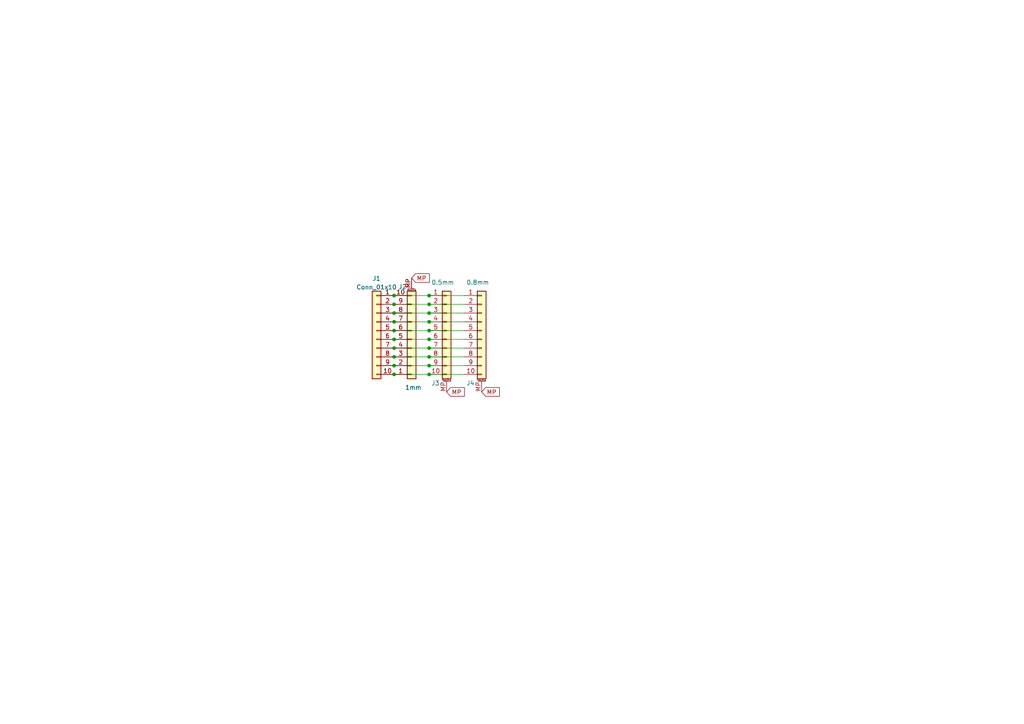
<source format=kicad_sch>
(kicad_sch (version 20211123) (generator eeschema)
  (paper "A4")
  (lib_symbols
    (symbol "Connector_Generic:Conn_01x10" (pin_names (offset 1.016) hide)
      (property "Reference" "J" (at 0 12.7 0))
      (property "Value" "Conn_01x10" (at 0 -15.24 0))
      (symbol "Conn_01x10_1_1"
        (rectangle (start -1.27 -12.573) (end 0 -12.827) (stroke (width 0.1524)))
        (rectangle (start -1.27 -10.033) (end 0 -10.287) (stroke (width 0.1524)))
        (rectangle (start -1.27 -7.493) (end 0 -7.747) (stroke (width 0.1524)))
        (rectangle (start -1.27 -4.953) (end 0 -5.207) (stroke (width 0.1524)))
        (rectangle (start -1.27 -2.413) (end 0 -2.667) (stroke (width 0.1524)))
        (rectangle (start -1.27 0.127) (end 0 -0.127) (stroke (width 0.1524)))
        (rectangle (start -1.27 2.667) (end 0 2.413) (stroke (width 0.1524)))
        (rectangle (start -1.27 5.207) (end 0 4.953) (stroke (width 0.1524)))
        (rectangle (start -1.27 7.747) (end 0 7.493) (stroke (width 0.1524)))
        (rectangle (start -1.27 10.287) (end 0 10.033) (stroke (width 0.1524)))
        (rectangle (start -1.27 11.43) (end 1.27 -13.97) (stroke (width 0.254)) (fill (type background)))
        (pin passive line (at -5.08 10.16 0) (length 3.81) (name "Pin_1") (number "1"))
        (pin passive line (at -5.08 -12.7 0) (length 3.81) (name "Pin_10") (number "10"))
        (pin passive line (at -5.08 7.62 0) (length 3.81) (name "Pin_2") (number "2"))
        (pin passive line (at -5.08 5.08 0) (length 3.81) (name "Pin_3") (number "3"))
        (pin passive line (at -5.08 2.54 0) (length 3.81) (name "Pin_4") (number "4"))
        (pin passive line (at -5.08 0 0) (length 3.81) (name "Pin_5") (number "5"))
        (pin passive line (at -5.08 -2.54 0) (length 3.81) (name "Pin_6") (number "6"))
        (pin passive line (at -5.08 -5.08 0) (length 3.81) (name "Pin_7") (number "7"))
        (pin passive line (at -5.08 -7.62 0) (length 3.81) (name "Pin_8") (number "8"))
        (pin passive line (at -5.08 -10.16 0) (length 3.81) (name "Pin_9") (number "9"))
      )
    )
    (symbol "Connector_Generic_MountingPin:Conn_01x10_MountingPin" (pin_names (offset 1.016) hide)
      (property "Reference" "J" (at 0 12.7 0))
      (property "Value" "Conn_01x10_MountingPin" (at 1.27 -15.24 0))
      (symbol "Conn_01x10_MountingPin_1_1"
        (rectangle (start -1.27 -12.573) (end 0 -12.827) (stroke (width 0.1524)))
        (rectangle (start -1.27 -10.033) (end 0 -10.287) (stroke (width 0.1524)))
        (rectangle (start -1.27 -7.493) (end 0 -7.747) (stroke (width 0.1524)))
        (rectangle (start -1.27 -4.953) (end 0 -5.207) (stroke (width 0.1524)))
        (rectangle (start -1.27 -2.413) (end 0 -2.667) (stroke (width 0.1524)))
        (rectangle (start -1.27 0.127) (end 0 -0.127) (stroke (width 0.1524)))
        (rectangle (start -1.27 2.667) (end 0 2.413) (stroke (width 0.1524)))
        (rectangle (start -1.27 5.207) (end 0 4.953) (stroke (width 0.1524)))
        (rectangle (start -1.27 7.747) (end 0 7.493) (stroke (width 0.1524)))
        (rectangle (start -1.27 10.287) (end 0 10.033) (stroke (width 0.1524)))
        (rectangle (start -1.27 11.43) (end 1.27 -13.97) (stroke (width 0.254)) (fill (type background)))
        (polyline (pts (xy -1.016 -14.732) (xy 1.016 -14.732)) (stroke (width 0.1524)))
        (text "Mounting" (at 0 -14.351 0) (effects (font (size 0.381 0.381))))
        (pin passive line (at -5.08 10.16 0) (length 3.81) (name "Pin_1") (number "1"))
        (pin passive line (at -5.08 -12.7 0) (length 3.81) (name "Pin_10") (number "10"))
        (pin passive line (at -5.08 7.62 0) (length 3.81) (name "Pin_2") (number "2"))
        (pin passive line (at -5.08 5.08 0) (length 3.81) (name "Pin_3") (number "3"))
        (pin passive line (at -5.08 2.54 0) (length 3.81) (name "Pin_4") (number "4"))
        (pin passive line (at -5.08 0 0) (length 3.81) (name "Pin_5") (number "5"))
        (pin passive line (at -5.08 -2.54 0) (length 3.81) (name "Pin_6") (number "6"))
        (pin passive line (at -5.08 -5.08 0) (length 3.81) (name "Pin_7") (number "7"))
        (pin passive line (at -5.08 -7.62 0) (length 3.81) (name "Pin_8") (number "8"))
        (pin passive line (at -5.08 -10.16 0) (length 3.81) (name "Pin_9") (number "9"))
        (pin passive line (at 0 -17.78 90) (length 3.048) (name "MountPin") (number "MP"))
      )
    )
  )
  (junction (at 114.3 95.885))
  (junction (at 124.46 106.045))
  (junction (at 124.46 90.805))
  (junction (at 124.46 93.345))
  (junction (at 124.46 88.265))
  (junction (at 124.46 85.725))
  (junction (at 114.3 93.345))
  (junction (at 114.3 108.585))
  (junction (at 124.46 108.585))
  (junction (at 114.3 85.725))
  (junction (at 114.3 90.805))
  (junction (at 114.3 88.265))
  (junction (at 124.46 95.885))
  (junction (at 114.3 100.965))
  (junction (at 114.3 98.425))
  (junction (at 124.46 103.505))
  (junction (at 114.3 103.505))
  (junction (at 114.3 106.045))
  (junction (at 124.46 98.425))
  (junction (at 124.46 100.965))
  (wire (pts (xy 124.46 100.965) (xy 134.62 100.965)))
  (wire (pts (xy 114.3 106.045) (xy 124.46 106.045)))
  (wire (pts (xy 114.3 100.965) (xy 124.46 100.965)))
  (wire (pts (xy 114.3 93.345) (xy 124.46 93.345)))
  (wire (pts (xy 124.46 88.265) (xy 134.62 88.265)))
  (wire (pts (xy 124.46 108.585) (xy 134.62 108.585)))
  (wire (pts (xy 114.3 90.805) (xy 124.46 90.805)))
  (wire (pts (xy 124.46 106.045) (xy 134.62 106.045)))
  (wire (pts (xy 114.3 98.425) (xy 124.46 98.425)))
  (wire (pts (xy 124.46 95.885) (xy 134.62 95.885)))
  (wire (pts (xy 124.46 93.345) (xy 134.62 93.345)))
  (wire (pts (xy 124.46 90.805) (xy 134.62 90.805)))
  (wire (pts (xy 114.3 103.505) (xy 124.46 103.505)))
  (wire (pts (xy 114.3 108.585) (xy 124.46 108.585)))
  (wire (pts (xy 114.3 88.265) (xy 124.46 88.265)))
  (wire (pts (xy 124.46 98.425) (xy 134.62 98.425)))
  (wire (pts (xy 124.46 85.725) (xy 134.62 85.725)))
  (wire (pts (xy 124.46 103.505) (xy 134.62 103.505)))
  (wire (pts (xy 114.3 85.725) (xy 124.46 85.725)))
  (wire (pts (xy 114.3 95.885) (xy 124.46 95.885)))
  (global_label "MP" (shape input) (at 129.54 113.665 0) (property "Intersheet References" "${INTERSHEET_REFS}" (effects hide)))
  (global_label "MP" (shape input) (at 119.38 80.645 0) (property "Intersheet References" "${INTERSHEET_REFS}" (effects hide)))
  (global_label "MP" (shape input) (at 139.7 113.665 0) (property "Intersheet References" "${INTERSHEET_REFS}" (effects hide)))
  (symbol (lib_id "Connector_Generic_MountingPin:Conn_01x10_MountingPin") (at 139.7 95.885 0) (unit 1)
    (property "Reference" "J4" (at 135.255 111.125 0) (effects (justify left)))
    (property "Value" "0.8mm" (at 135.255 81.915 0) (effects (justify left)))
    (property "Footprint" "10p_fpc_breakout:FPC_10_08" (effects hide))
  )
  (symbol (lib_id "Connector_Generic_MountingPin:Conn_01x10_MountingPin") (at 129.54 95.885 0) (unit 1)
    (property "Reference" "J3" (at 125.095 111.125 0) (effects (justify left)))
    (property "Value" "0.5mm" (at 125.095 81.915 0) (effects (justify left)))
    (property "Footprint" "10p_fpc_breakout:FPC_10_05" (effects hide))
  )
  (symbol (lib_id "Connector_Generic:Conn_01x10") (at 109.22 95.885 0) (mirror y) (unit 1)
    (property "Reference" "J1" (at 109.22 80.7552 0))
    (property "Value" "Conn_01x10" (at 109.22 83.2921 0))
    (property "Footprint" "Connector_PinHeader_2.00mm:PinHeader_1x10_P2.00mm_Vertical" (effects hide))
  )
  (symbol (lib_id "Connector_Generic_MountingPin:Conn_01x10_MountingPin") (at 119.38 98.425 0) (mirror x) (unit 1)
    (property "Reference" "J2" (at 115.57 83.185 0) (effects (justify left)))
    (property "Value" "1mm" (at 117.475 112.395 0) (effects (justify left)))
    (property "Footprint" "10p_fpc_breakout:FPC_10_10" (effects hide))
  )
)
</source>
